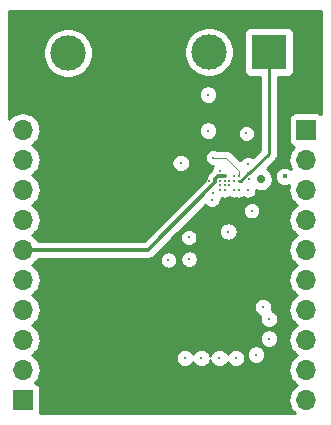
<source format=gbr>
G04 #@! TF.GenerationSoftware,KiCad,Pcbnew,5.1.1-8be2ce7~80~ubuntu18.10.1*
G04 #@! TF.CreationDate,2019-05-25T12:59:07+08:00*
G04 #@! TF.ProjectId,tas2562_dev_pcb,74617332-3536-4325-9f64-65765f706362,rev?*
G04 #@! TF.SameCoordinates,Original*
G04 #@! TF.FileFunction,Copper,L2,Inr*
G04 #@! TF.FilePolarity,Positive*
%FSLAX46Y46*%
G04 Gerber Fmt 4.6, Leading zero omitted, Abs format (unit mm)*
G04 Created by KiCad (PCBNEW 5.1.1-8be2ce7~80~ubuntu18.10.1) date 2019-05-25 12:59:07*
%MOMM*%
%LPD*%
G04 APERTURE LIST*
%ADD10O,1.700000X1.700000*%
%ADD11R,1.700000X1.700000*%
%ADD12R,3.000000X3.000000*%
%ADD13C,3.000000*%
%ADD14C,0.200000*%
%ADD15C,0.700000*%
%ADD16C,0.300000*%
%ADD17C,0.400000*%
%ADD18C,0.250000*%
%ADD19C,0.300000*%
%ADD20C,0.100000*%
%ADD21C,0.254000*%
G04 APERTURE END LIST*
D10*
X153517600Y-92710000D03*
X153517600Y-90170000D03*
X153517600Y-87630000D03*
X153517600Y-85090000D03*
X153517600Y-82550000D03*
X153517600Y-80010000D03*
X153517600Y-77470000D03*
X153517600Y-74930000D03*
X153517600Y-72390000D03*
D11*
X153517600Y-69850000D03*
X153517600Y-69850000D03*
D10*
X153517600Y-72390000D03*
X153517600Y-74930000D03*
X153517600Y-77470000D03*
X153517600Y-80010000D03*
X153517600Y-82550000D03*
X153517600Y-85090000D03*
X153517600Y-87630000D03*
X153517600Y-90170000D03*
X153517600Y-92710000D03*
D12*
X138430000Y-63347600D03*
D13*
X133350000Y-63347600D03*
D10*
X129540000Y-69850000D03*
X129540000Y-72390000D03*
X129540000Y-74930000D03*
X129540000Y-77470000D03*
X129540000Y-80010000D03*
X129540000Y-82550000D03*
X129540000Y-85090000D03*
X129540000Y-87630000D03*
X129540000Y-90170000D03*
D11*
X129540000Y-92710000D03*
D13*
X145288000Y-63246000D03*
D12*
X150368000Y-63246000D03*
D14*
X148919080Y-76703267D03*
X147430790Y-74158190D03*
X141859000Y-80873600D03*
D15*
X149723010Y-74041000D03*
D14*
X148674064Y-73983116D03*
X143588500Y-78945500D03*
X146218400Y-73345800D03*
X143611600Y-80797400D03*
D16*
X144637112Y-74025112D03*
X143288968Y-74025112D03*
X141940828Y-74025112D03*
X140592688Y-74025112D03*
X141266758Y-74025112D03*
X142614898Y-74025112D03*
X143963038Y-74025112D03*
X138176000Y-74853800D03*
D14*
X146240500Y-74168000D03*
X146618400Y-74145800D03*
X146618400Y-74145800D03*
X146618400Y-74145800D03*
X146618400Y-74145800D03*
X146618400Y-74145800D03*
X146618400Y-74145800D03*
D16*
X144637112Y-74533112D03*
X141940828Y-74533112D03*
X143963038Y-74533112D03*
X140592688Y-74533112D03*
X142614898Y-74533112D03*
X141266758Y-74533112D03*
X143288968Y-74533112D03*
X144780000Y-72644000D03*
X145278424Y-74145800D03*
D14*
X146218400Y-74945800D03*
X146618400Y-74945800D03*
X145605510Y-75183998D03*
X145542000Y-75755500D03*
X147818400Y-74145800D03*
X147018400Y-74145800D03*
D16*
X145224500Y-66865500D03*
D14*
X148590000Y-72771004D03*
D17*
X151701500Y-73787000D03*
D14*
X146618400Y-73745800D03*
X147818400Y-74945800D03*
D16*
X145224500Y-69913500D03*
D14*
X148584010Y-74945800D03*
X148463000Y-70152516D03*
X145669000Y-72199500D03*
X147827119Y-73752957D03*
X147018400Y-74545800D03*
X146218400Y-74545800D03*
X146618400Y-74545800D03*
X147418400Y-74945800D03*
D16*
X146939000Y-78456000D03*
X149860000Y-84836000D03*
X150382000Y-85866000D03*
X150382000Y-87528000D03*
X143256000Y-89154000D03*
X146177000Y-89154000D03*
X147574000Y-89154000D03*
X144653000Y-89154000D03*
X149274250Y-88885750D03*
D14*
X147418400Y-73745800D03*
D16*
X142905000Y-72644000D03*
D18*
X150368000Y-64996000D02*
X150368000Y-63246000D01*
X148593834Y-73533000D02*
X148717000Y-73533000D01*
X147981034Y-74145800D02*
X148593834Y-73533000D01*
X147818400Y-74145800D02*
X147981034Y-74145800D01*
X148717000Y-73533000D02*
X150368000Y-71882000D01*
X150368000Y-71882000D02*
X150368000Y-64996000D01*
D19*
X146455766Y-73745800D02*
X146618400Y-73745800D01*
X140123998Y-80010000D02*
X145840499Y-74293499D01*
X145840499Y-73975999D02*
X146070698Y-73745800D01*
X129540000Y-80010000D02*
X140123998Y-80010000D01*
X145840499Y-74293499D02*
X145840499Y-73975999D01*
X146070698Y-73745800D02*
X146455766Y-73745800D01*
D20*
X146729660Y-72199500D02*
X147827119Y-73296959D01*
X145669000Y-72199500D02*
X146729660Y-72199500D01*
X147827119Y-73710517D02*
X147827119Y-73752957D01*
X147827119Y-73296959D02*
X147827119Y-73710517D01*
D21*
G36*
X154813000Y-68544067D02*
G01*
X154722094Y-68469463D01*
X154611780Y-68410498D01*
X154492082Y-68374188D01*
X154367600Y-68361928D01*
X152667600Y-68361928D01*
X152543118Y-68374188D01*
X152423420Y-68410498D01*
X152313106Y-68469463D01*
X152216415Y-68548815D01*
X152137063Y-68645506D01*
X152078098Y-68755820D01*
X152041788Y-68875518D01*
X152029528Y-69000000D01*
X152029528Y-70700000D01*
X152041788Y-70824482D01*
X152078098Y-70944180D01*
X152137063Y-71054494D01*
X152216415Y-71151185D01*
X152313106Y-71230537D01*
X152423420Y-71289502D01*
X152492287Y-71310393D01*
X152462466Y-71334866D01*
X152276894Y-71560986D01*
X152139001Y-71818966D01*
X152054087Y-72098889D01*
X152025415Y-72390000D01*
X152054087Y-72681111D01*
X152139001Y-72961034D01*
X152233847Y-73138479D01*
X152233781Y-73138413D01*
X152097021Y-73047033D01*
X151945060Y-72984089D01*
X151783740Y-72952000D01*
X151619260Y-72952000D01*
X151457940Y-72984089D01*
X151305979Y-73047033D01*
X151169219Y-73138413D01*
X151052913Y-73254719D01*
X150961533Y-73391479D01*
X150898589Y-73543440D01*
X150866500Y-73704760D01*
X150866500Y-73869240D01*
X150898589Y-74030560D01*
X150961533Y-74182521D01*
X151052913Y-74319281D01*
X151169219Y-74435587D01*
X151305979Y-74526967D01*
X151457940Y-74589911D01*
X151619260Y-74622000D01*
X151783740Y-74622000D01*
X151945060Y-74589911D01*
X152086747Y-74531222D01*
X152054087Y-74638889D01*
X152025415Y-74930000D01*
X152054087Y-75221111D01*
X152139001Y-75501034D01*
X152276894Y-75759014D01*
X152462466Y-75985134D01*
X152688586Y-76170706D01*
X152743391Y-76200000D01*
X152688586Y-76229294D01*
X152462466Y-76414866D01*
X152276894Y-76640986D01*
X152139001Y-76898966D01*
X152054087Y-77178889D01*
X152025415Y-77470000D01*
X152054087Y-77761111D01*
X152139001Y-78041034D01*
X152276894Y-78299014D01*
X152462466Y-78525134D01*
X152688586Y-78710706D01*
X152743391Y-78740000D01*
X152688586Y-78769294D01*
X152462466Y-78954866D01*
X152276894Y-79180986D01*
X152139001Y-79438966D01*
X152054087Y-79718889D01*
X152025415Y-80010000D01*
X152054087Y-80301111D01*
X152139001Y-80581034D01*
X152276894Y-80839014D01*
X152462466Y-81065134D01*
X152688586Y-81250706D01*
X152743391Y-81280000D01*
X152688586Y-81309294D01*
X152462466Y-81494866D01*
X152276894Y-81720986D01*
X152139001Y-81978966D01*
X152054087Y-82258889D01*
X152025415Y-82550000D01*
X152054087Y-82841111D01*
X152139001Y-83121034D01*
X152276894Y-83379014D01*
X152462466Y-83605134D01*
X152688586Y-83790706D01*
X152743391Y-83820000D01*
X152688586Y-83849294D01*
X152462466Y-84034866D01*
X152276894Y-84260986D01*
X152139001Y-84518966D01*
X152054087Y-84798889D01*
X152025415Y-85090000D01*
X152054087Y-85381111D01*
X152139001Y-85661034D01*
X152276894Y-85919014D01*
X152462466Y-86145134D01*
X152688586Y-86330706D01*
X152743391Y-86360000D01*
X152688586Y-86389294D01*
X152462466Y-86574866D01*
X152276894Y-86800986D01*
X152139001Y-87058966D01*
X152054087Y-87338889D01*
X152025415Y-87630000D01*
X152054087Y-87921111D01*
X152139001Y-88201034D01*
X152276894Y-88459014D01*
X152462466Y-88685134D01*
X152688586Y-88870706D01*
X152743391Y-88900000D01*
X152688586Y-88929294D01*
X152462466Y-89114866D01*
X152276894Y-89340986D01*
X152139001Y-89598966D01*
X152054087Y-89878889D01*
X152025415Y-90170000D01*
X152054087Y-90461111D01*
X152139001Y-90741034D01*
X152276894Y-90999014D01*
X152462466Y-91225134D01*
X152688586Y-91410706D01*
X152743391Y-91440000D01*
X152688586Y-91469294D01*
X152462466Y-91654866D01*
X152276894Y-91880986D01*
X152139001Y-92138966D01*
X152054087Y-92418889D01*
X152025415Y-92710000D01*
X152054087Y-93001111D01*
X152139001Y-93281034D01*
X152276894Y-93539014D01*
X152462466Y-93765134D01*
X152569531Y-93853000D01*
X130953407Y-93853000D01*
X130979502Y-93804180D01*
X131015812Y-93684482D01*
X131028072Y-93560000D01*
X131028072Y-91860000D01*
X131015812Y-91735518D01*
X130979502Y-91615820D01*
X130920537Y-91505506D01*
X130841185Y-91408815D01*
X130744494Y-91329463D01*
X130634180Y-91270498D01*
X130565313Y-91249607D01*
X130595134Y-91225134D01*
X130780706Y-90999014D01*
X130918599Y-90741034D01*
X131003513Y-90461111D01*
X131032185Y-90170000D01*
X131003513Y-89878889D01*
X130918599Y-89598966D01*
X130780706Y-89340986D01*
X130595134Y-89114866D01*
X130548610Y-89076684D01*
X142471000Y-89076684D01*
X142471000Y-89231316D01*
X142501167Y-89382976D01*
X142560342Y-89525837D01*
X142646251Y-89654408D01*
X142755592Y-89763749D01*
X142884163Y-89849658D01*
X143027024Y-89908833D01*
X143178684Y-89939000D01*
X143333316Y-89939000D01*
X143484976Y-89908833D01*
X143627837Y-89849658D01*
X143756408Y-89763749D01*
X143865749Y-89654408D01*
X143951658Y-89525837D01*
X143954500Y-89518976D01*
X143957342Y-89525837D01*
X144043251Y-89654408D01*
X144152592Y-89763749D01*
X144281163Y-89849658D01*
X144424024Y-89908833D01*
X144575684Y-89939000D01*
X144730316Y-89939000D01*
X144881976Y-89908833D01*
X145024837Y-89849658D01*
X145153408Y-89763749D01*
X145262749Y-89654408D01*
X145348658Y-89525837D01*
X145407833Y-89382976D01*
X145415000Y-89346945D01*
X145422167Y-89382976D01*
X145481342Y-89525837D01*
X145567251Y-89654408D01*
X145676592Y-89763749D01*
X145805163Y-89849658D01*
X145948024Y-89908833D01*
X146099684Y-89939000D01*
X146254316Y-89939000D01*
X146405976Y-89908833D01*
X146548837Y-89849658D01*
X146677408Y-89763749D01*
X146786749Y-89654408D01*
X146872658Y-89525837D01*
X146875500Y-89518976D01*
X146878342Y-89525837D01*
X146964251Y-89654408D01*
X147073592Y-89763749D01*
X147202163Y-89849658D01*
X147345024Y-89908833D01*
X147496684Y-89939000D01*
X147651316Y-89939000D01*
X147802976Y-89908833D01*
X147945837Y-89849658D01*
X148074408Y-89763749D01*
X148183749Y-89654408D01*
X148269658Y-89525837D01*
X148328833Y-89382976D01*
X148359000Y-89231316D01*
X148359000Y-89076684D01*
X148328833Y-88925024D01*
X148280540Y-88808434D01*
X148489250Y-88808434D01*
X148489250Y-88963066D01*
X148519417Y-89114726D01*
X148578592Y-89257587D01*
X148664501Y-89386158D01*
X148773842Y-89495499D01*
X148902413Y-89581408D01*
X149045274Y-89640583D01*
X149196934Y-89670750D01*
X149351566Y-89670750D01*
X149503226Y-89640583D01*
X149646087Y-89581408D01*
X149774658Y-89495499D01*
X149883999Y-89386158D01*
X149969908Y-89257587D01*
X150029083Y-89114726D01*
X150059250Y-88963066D01*
X150059250Y-88808434D01*
X150029083Y-88656774D01*
X149969908Y-88513913D01*
X149883999Y-88385342D01*
X149774658Y-88276001D01*
X149646087Y-88190092D01*
X149503226Y-88130917D01*
X149351566Y-88100750D01*
X149196934Y-88100750D01*
X149045274Y-88130917D01*
X148902413Y-88190092D01*
X148773842Y-88276001D01*
X148664501Y-88385342D01*
X148578592Y-88513913D01*
X148519417Y-88656774D01*
X148489250Y-88808434D01*
X148280540Y-88808434D01*
X148269658Y-88782163D01*
X148183749Y-88653592D01*
X148074408Y-88544251D01*
X147945837Y-88458342D01*
X147802976Y-88399167D01*
X147651316Y-88369000D01*
X147496684Y-88369000D01*
X147345024Y-88399167D01*
X147202163Y-88458342D01*
X147073592Y-88544251D01*
X146964251Y-88653592D01*
X146878342Y-88782163D01*
X146875500Y-88789024D01*
X146872658Y-88782163D01*
X146786749Y-88653592D01*
X146677408Y-88544251D01*
X146548837Y-88458342D01*
X146405976Y-88399167D01*
X146254316Y-88369000D01*
X146099684Y-88369000D01*
X145948024Y-88399167D01*
X145805163Y-88458342D01*
X145676592Y-88544251D01*
X145567251Y-88653592D01*
X145481342Y-88782163D01*
X145422167Y-88925024D01*
X145415000Y-88961055D01*
X145407833Y-88925024D01*
X145348658Y-88782163D01*
X145262749Y-88653592D01*
X145153408Y-88544251D01*
X145024837Y-88458342D01*
X144881976Y-88399167D01*
X144730316Y-88369000D01*
X144575684Y-88369000D01*
X144424024Y-88399167D01*
X144281163Y-88458342D01*
X144152592Y-88544251D01*
X144043251Y-88653592D01*
X143957342Y-88782163D01*
X143954500Y-88789024D01*
X143951658Y-88782163D01*
X143865749Y-88653592D01*
X143756408Y-88544251D01*
X143627837Y-88458342D01*
X143484976Y-88399167D01*
X143333316Y-88369000D01*
X143178684Y-88369000D01*
X143027024Y-88399167D01*
X142884163Y-88458342D01*
X142755592Y-88544251D01*
X142646251Y-88653592D01*
X142560342Y-88782163D01*
X142501167Y-88925024D01*
X142471000Y-89076684D01*
X130548610Y-89076684D01*
X130369014Y-88929294D01*
X130314209Y-88900000D01*
X130369014Y-88870706D01*
X130595134Y-88685134D01*
X130780706Y-88459014D01*
X130918599Y-88201034D01*
X131003513Y-87921111D01*
X131032185Y-87630000D01*
X131014524Y-87450684D01*
X149597000Y-87450684D01*
X149597000Y-87605316D01*
X149627167Y-87756976D01*
X149686342Y-87899837D01*
X149772251Y-88028408D01*
X149881592Y-88137749D01*
X150010163Y-88223658D01*
X150153024Y-88282833D01*
X150304684Y-88313000D01*
X150459316Y-88313000D01*
X150610976Y-88282833D01*
X150753837Y-88223658D01*
X150882408Y-88137749D01*
X150991749Y-88028408D01*
X151077658Y-87899837D01*
X151136833Y-87756976D01*
X151167000Y-87605316D01*
X151167000Y-87450684D01*
X151136833Y-87299024D01*
X151077658Y-87156163D01*
X150991749Y-87027592D01*
X150882408Y-86918251D01*
X150753837Y-86832342D01*
X150610976Y-86773167D01*
X150459316Y-86743000D01*
X150304684Y-86743000D01*
X150153024Y-86773167D01*
X150010163Y-86832342D01*
X149881592Y-86918251D01*
X149772251Y-87027592D01*
X149686342Y-87156163D01*
X149627167Y-87299024D01*
X149597000Y-87450684D01*
X131014524Y-87450684D01*
X131003513Y-87338889D01*
X130918599Y-87058966D01*
X130780706Y-86800986D01*
X130595134Y-86574866D01*
X130369014Y-86389294D01*
X130314209Y-86360000D01*
X130369014Y-86330706D01*
X130595134Y-86145134D01*
X130780706Y-85919014D01*
X130918599Y-85661034D01*
X131003513Y-85381111D01*
X131032185Y-85090000D01*
X131003513Y-84798889D01*
X130991317Y-84758684D01*
X149075000Y-84758684D01*
X149075000Y-84913316D01*
X149105167Y-85064976D01*
X149164342Y-85207837D01*
X149250251Y-85336408D01*
X149359592Y-85445749D01*
X149488163Y-85531658D01*
X149631024Y-85590833D01*
X149645137Y-85593640D01*
X149627167Y-85637024D01*
X149597000Y-85788684D01*
X149597000Y-85943316D01*
X149627167Y-86094976D01*
X149686342Y-86237837D01*
X149772251Y-86366408D01*
X149881592Y-86475749D01*
X150010163Y-86561658D01*
X150153024Y-86620833D01*
X150304684Y-86651000D01*
X150459316Y-86651000D01*
X150610976Y-86620833D01*
X150753837Y-86561658D01*
X150882408Y-86475749D01*
X150991749Y-86366408D01*
X151077658Y-86237837D01*
X151136833Y-86094976D01*
X151167000Y-85943316D01*
X151167000Y-85788684D01*
X151136833Y-85637024D01*
X151077658Y-85494163D01*
X150991749Y-85365592D01*
X150882408Y-85256251D01*
X150753837Y-85170342D01*
X150610976Y-85111167D01*
X150596863Y-85108360D01*
X150614833Y-85064976D01*
X150645000Y-84913316D01*
X150645000Y-84758684D01*
X150614833Y-84607024D01*
X150555658Y-84464163D01*
X150469749Y-84335592D01*
X150360408Y-84226251D01*
X150231837Y-84140342D01*
X150088976Y-84081167D01*
X149937316Y-84051000D01*
X149782684Y-84051000D01*
X149631024Y-84081167D01*
X149488163Y-84140342D01*
X149359592Y-84226251D01*
X149250251Y-84335592D01*
X149164342Y-84464163D01*
X149105167Y-84607024D01*
X149075000Y-84758684D01*
X130991317Y-84758684D01*
X130918599Y-84518966D01*
X130780706Y-84260986D01*
X130595134Y-84034866D01*
X130369014Y-83849294D01*
X130314209Y-83820000D01*
X130369014Y-83790706D01*
X130595134Y-83605134D01*
X130780706Y-83379014D01*
X130918599Y-83121034D01*
X131003513Y-82841111D01*
X131032185Y-82550000D01*
X131003513Y-82258889D01*
X130918599Y-81978966D01*
X130780706Y-81720986D01*
X130595134Y-81494866D01*
X130369014Y-81309294D01*
X130314209Y-81280000D01*
X130369014Y-81250706D01*
X130595134Y-81065134D01*
X130780706Y-80839014D01*
X130800913Y-80801209D01*
X141124000Y-80801209D01*
X141124000Y-80945991D01*
X141152246Y-81087991D01*
X141207652Y-81221753D01*
X141288088Y-81342135D01*
X141390465Y-81444512D01*
X141510847Y-81524948D01*
X141644609Y-81580354D01*
X141786609Y-81608600D01*
X141931391Y-81608600D01*
X142073391Y-81580354D01*
X142207153Y-81524948D01*
X142327535Y-81444512D01*
X142429912Y-81342135D01*
X142510348Y-81221753D01*
X142565754Y-81087991D01*
X142594000Y-80945991D01*
X142594000Y-80801209D01*
X142578843Y-80725009D01*
X142876600Y-80725009D01*
X142876600Y-80869791D01*
X142904846Y-81011791D01*
X142960252Y-81145553D01*
X143040688Y-81265935D01*
X143143065Y-81368312D01*
X143263447Y-81448748D01*
X143397209Y-81504154D01*
X143539209Y-81532400D01*
X143683991Y-81532400D01*
X143825991Y-81504154D01*
X143959753Y-81448748D01*
X144080135Y-81368312D01*
X144182512Y-81265935D01*
X144262948Y-81145553D01*
X144318354Y-81011791D01*
X144346600Y-80869791D01*
X144346600Y-80725009D01*
X144318354Y-80583009D01*
X144262948Y-80449247D01*
X144182512Y-80328865D01*
X144080135Y-80226488D01*
X143959753Y-80146052D01*
X143825991Y-80090646D01*
X143683991Y-80062400D01*
X143539209Y-80062400D01*
X143397209Y-80090646D01*
X143263447Y-80146052D01*
X143143065Y-80226488D01*
X143040688Y-80328865D01*
X142960252Y-80449247D01*
X142904846Y-80583009D01*
X142876600Y-80725009D01*
X142578843Y-80725009D01*
X142565754Y-80659209D01*
X142510348Y-80525447D01*
X142429912Y-80405065D01*
X142327535Y-80302688D01*
X142207153Y-80222252D01*
X142073391Y-80166846D01*
X141931391Y-80138600D01*
X141786609Y-80138600D01*
X141644609Y-80166846D01*
X141510847Y-80222252D01*
X141390465Y-80302688D01*
X141288088Y-80405065D01*
X141207652Y-80525447D01*
X141152246Y-80659209D01*
X141124000Y-80801209D01*
X130800913Y-80801209D01*
X130804232Y-80795000D01*
X140085445Y-80795000D01*
X140123998Y-80798797D01*
X140162551Y-80795000D01*
X140162559Y-80795000D01*
X140277885Y-80783641D01*
X140425858Y-80738754D01*
X140562231Y-80665862D01*
X140681762Y-80567764D01*
X140706345Y-80537810D01*
X142371046Y-78873109D01*
X142853500Y-78873109D01*
X142853500Y-79017891D01*
X142881746Y-79159891D01*
X142937152Y-79293653D01*
X143017588Y-79414035D01*
X143119965Y-79516412D01*
X143240347Y-79596848D01*
X143374109Y-79652254D01*
X143516109Y-79680500D01*
X143660891Y-79680500D01*
X143802891Y-79652254D01*
X143936653Y-79596848D01*
X144057035Y-79516412D01*
X144159412Y-79414035D01*
X144239848Y-79293653D01*
X144295254Y-79159891D01*
X144323500Y-79017891D01*
X144323500Y-78873109D01*
X144295254Y-78731109D01*
X144239848Y-78597347D01*
X144159412Y-78476965D01*
X144061131Y-78378684D01*
X146154000Y-78378684D01*
X146154000Y-78533316D01*
X146184167Y-78684976D01*
X146243342Y-78827837D01*
X146329251Y-78956408D01*
X146438592Y-79065749D01*
X146567163Y-79151658D01*
X146710024Y-79210833D01*
X146861684Y-79241000D01*
X147016316Y-79241000D01*
X147167976Y-79210833D01*
X147310837Y-79151658D01*
X147439408Y-79065749D01*
X147548749Y-78956408D01*
X147634658Y-78827837D01*
X147693833Y-78684976D01*
X147724000Y-78533316D01*
X147724000Y-78378684D01*
X147693833Y-78227024D01*
X147634658Y-78084163D01*
X147548749Y-77955592D01*
X147439408Y-77846251D01*
X147310837Y-77760342D01*
X147167976Y-77701167D01*
X147016316Y-77671000D01*
X146861684Y-77671000D01*
X146710024Y-77701167D01*
X146567163Y-77760342D01*
X146438592Y-77846251D01*
X146329251Y-77955592D01*
X146243342Y-78084163D01*
X146184167Y-78227024D01*
X146154000Y-78378684D01*
X144061131Y-78378684D01*
X144057035Y-78374588D01*
X143936653Y-78294152D01*
X143802891Y-78238746D01*
X143660891Y-78210500D01*
X143516109Y-78210500D01*
X143374109Y-78238746D01*
X143240347Y-78294152D01*
X143119965Y-78374588D01*
X143017588Y-78476965D01*
X142937152Y-78597347D01*
X142881746Y-78731109D01*
X142853500Y-78873109D01*
X142371046Y-78873109D01*
X144613279Y-76630876D01*
X148184080Y-76630876D01*
X148184080Y-76775658D01*
X148212326Y-76917658D01*
X148267732Y-77051420D01*
X148348168Y-77171802D01*
X148450545Y-77274179D01*
X148570927Y-77354615D01*
X148704689Y-77410021D01*
X148846689Y-77438267D01*
X148991471Y-77438267D01*
X149133471Y-77410021D01*
X149267233Y-77354615D01*
X149387615Y-77274179D01*
X149489992Y-77171802D01*
X149570428Y-77051420D01*
X149625834Y-76917658D01*
X149654080Y-76775658D01*
X149654080Y-76630876D01*
X149625834Y-76488876D01*
X149570428Y-76355114D01*
X149489992Y-76234732D01*
X149387615Y-76132355D01*
X149267233Y-76051919D01*
X149133471Y-75996513D01*
X148991471Y-75968267D01*
X148846689Y-75968267D01*
X148704689Y-75996513D01*
X148570927Y-76051919D01*
X148450545Y-76132355D01*
X148348168Y-76234732D01*
X148267732Y-76355114D01*
X148212326Y-76488876D01*
X148184080Y-76630876D01*
X144613279Y-76630876D01*
X144995604Y-76248551D01*
X145073465Y-76326412D01*
X145193847Y-76406848D01*
X145327609Y-76462254D01*
X145469609Y-76490500D01*
X145614391Y-76490500D01*
X145756391Y-76462254D01*
X145890153Y-76406848D01*
X146010535Y-76326412D01*
X146112912Y-76224035D01*
X146193348Y-76103653D01*
X146248754Y-75969891D01*
X146277000Y-75827891D01*
X146277000Y-75683109D01*
X146276541Y-75680800D01*
X146290791Y-75680800D01*
X146418400Y-75655417D01*
X146546009Y-75680800D01*
X146690791Y-75680800D01*
X146832791Y-75652554D01*
X146966553Y-75597148D01*
X147018400Y-75562505D01*
X147070247Y-75597148D01*
X147204009Y-75652554D01*
X147346009Y-75680800D01*
X147490791Y-75680800D01*
X147618400Y-75655417D01*
X147746009Y-75680800D01*
X147890791Y-75680800D01*
X148032791Y-75652554D01*
X148166553Y-75597148D01*
X148201205Y-75573994D01*
X148235857Y-75597148D01*
X148369619Y-75652554D01*
X148511619Y-75680800D01*
X148656401Y-75680800D01*
X148798401Y-75652554D01*
X148932163Y-75597148D01*
X149052545Y-75516712D01*
X149154922Y-75414335D01*
X149235358Y-75293953D01*
X149290764Y-75160191D01*
X149319010Y-75018191D01*
X149319010Y-74939814D01*
X149435696Y-74988147D01*
X149625996Y-75026000D01*
X149820024Y-75026000D01*
X150010324Y-74988147D01*
X150189582Y-74913896D01*
X150350911Y-74806099D01*
X150488109Y-74668901D01*
X150595906Y-74507572D01*
X150670157Y-74328314D01*
X150708010Y-74138014D01*
X150708010Y-73943986D01*
X150670157Y-73753686D01*
X150595906Y-73574428D01*
X150488109Y-73413099D01*
X150350911Y-73275901D01*
X150189582Y-73168104D01*
X150166329Y-73158472D01*
X150879004Y-72445798D01*
X150908001Y-72422001D01*
X151002974Y-72306276D01*
X151073546Y-72174247D01*
X151117003Y-72030986D01*
X151128000Y-71919333D01*
X151128000Y-71919332D01*
X151131677Y-71882000D01*
X151128000Y-71844667D01*
X151128000Y-65384072D01*
X151868000Y-65384072D01*
X151992482Y-65371812D01*
X152112180Y-65335502D01*
X152222494Y-65276537D01*
X152319185Y-65197185D01*
X152398537Y-65100494D01*
X152457502Y-64990180D01*
X152493812Y-64870482D01*
X152506072Y-64746000D01*
X152506072Y-61746000D01*
X152493812Y-61621518D01*
X152457502Y-61501820D01*
X152398537Y-61391506D01*
X152319185Y-61294815D01*
X152222494Y-61215463D01*
X152112180Y-61156498D01*
X151992482Y-61120188D01*
X151868000Y-61107928D01*
X148868000Y-61107928D01*
X148743518Y-61120188D01*
X148623820Y-61156498D01*
X148513506Y-61215463D01*
X148416815Y-61294815D01*
X148337463Y-61391506D01*
X148278498Y-61501820D01*
X148242188Y-61621518D01*
X148229928Y-61746000D01*
X148229928Y-64746000D01*
X148242188Y-64870482D01*
X148278498Y-64990180D01*
X148337463Y-65100494D01*
X148416815Y-65197185D01*
X148513506Y-65276537D01*
X148623820Y-65335502D01*
X148743518Y-65371812D01*
X148868000Y-65384072D01*
X149608001Y-65384072D01*
X149608000Y-71567198D01*
X149008523Y-72166675D01*
X148938153Y-72119656D01*
X148804391Y-72064250D01*
X148662391Y-72036004D01*
X148517609Y-72036004D01*
X148375609Y-72064250D01*
X148241847Y-72119656D01*
X148121465Y-72200092D01*
X148019088Y-72302469D01*
X147938652Y-72422851D01*
X147933701Y-72434805D01*
X147237818Y-71738922D01*
X147216371Y-71712789D01*
X147112067Y-71627188D01*
X146993066Y-71563581D01*
X146863943Y-71524412D01*
X146763307Y-71514500D01*
X146763299Y-71514500D01*
X146729660Y-71511187D01*
X146696021Y-71514500D01*
X145935910Y-71514500D01*
X145883391Y-71492746D01*
X145741391Y-71464500D01*
X145596609Y-71464500D01*
X145454609Y-71492746D01*
X145320847Y-71548152D01*
X145200465Y-71628588D01*
X145098088Y-71730965D01*
X145017652Y-71851347D01*
X144962246Y-71985109D01*
X144934000Y-72127109D01*
X144934000Y-72271891D01*
X144962246Y-72413891D01*
X145017652Y-72547653D01*
X145098088Y-72668035D01*
X145200465Y-72770412D01*
X145320847Y-72850848D01*
X145454609Y-72906254D01*
X145596609Y-72934500D01*
X145609245Y-72934500D01*
X145567052Y-72997647D01*
X145511646Y-73131409D01*
X145496366Y-73208223D01*
X145488347Y-73217994D01*
X145312689Y-73393652D01*
X145282735Y-73418235D01*
X145184637Y-73537766D01*
X145111745Y-73674139D01*
X145066858Y-73822112D01*
X145055499Y-73937438D01*
X145055499Y-73937446D01*
X145052124Y-73971716D01*
X139798841Y-79225000D01*
X130804232Y-79225000D01*
X130780706Y-79180986D01*
X130595134Y-78954866D01*
X130369014Y-78769294D01*
X130314209Y-78740000D01*
X130369014Y-78710706D01*
X130595134Y-78525134D01*
X130780706Y-78299014D01*
X130918599Y-78041034D01*
X131003513Y-77761111D01*
X131032185Y-77470000D01*
X131003513Y-77178889D01*
X130918599Y-76898966D01*
X130780706Y-76640986D01*
X130595134Y-76414866D01*
X130369014Y-76229294D01*
X130314209Y-76200000D01*
X130369014Y-76170706D01*
X130595134Y-75985134D01*
X130780706Y-75759014D01*
X130918599Y-75501034D01*
X131003513Y-75221111D01*
X131032185Y-74930000D01*
X131003513Y-74638889D01*
X130918599Y-74358966D01*
X130780706Y-74100986D01*
X130595134Y-73874866D01*
X130369014Y-73689294D01*
X130314209Y-73660000D01*
X130369014Y-73630706D01*
X130595134Y-73445134D01*
X130780706Y-73219014D01*
X130918599Y-72961034D01*
X131003513Y-72681111D01*
X131014783Y-72566684D01*
X142120000Y-72566684D01*
X142120000Y-72721316D01*
X142150167Y-72872976D01*
X142209342Y-73015837D01*
X142295251Y-73144408D01*
X142404592Y-73253749D01*
X142533163Y-73339658D01*
X142676024Y-73398833D01*
X142827684Y-73429000D01*
X142982316Y-73429000D01*
X143133976Y-73398833D01*
X143276837Y-73339658D01*
X143405408Y-73253749D01*
X143514749Y-73144408D01*
X143600658Y-73015837D01*
X143659833Y-72872976D01*
X143690000Y-72721316D01*
X143690000Y-72566684D01*
X143659833Y-72415024D01*
X143600658Y-72272163D01*
X143514749Y-72143592D01*
X143405408Y-72034251D01*
X143276837Y-71948342D01*
X143133976Y-71889167D01*
X142982316Y-71859000D01*
X142827684Y-71859000D01*
X142676024Y-71889167D01*
X142533163Y-71948342D01*
X142404592Y-72034251D01*
X142295251Y-72143592D01*
X142209342Y-72272163D01*
X142150167Y-72415024D01*
X142120000Y-72566684D01*
X131014783Y-72566684D01*
X131032185Y-72390000D01*
X131003513Y-72098889D01*
X130918599Y-71818966D01*
X130780706Y-71560986D01*
X130595134Y-71334866D01*
X130369014Y-71149294D01*
X130314209Y-71120000D01*
X130369014Y-71090706D01*
X130595134Y-70905134D01*
X130780706Y-70679014D01*
X130918599Y-70421034D01*
X131003513Y-70141111D01*
X131032185Y-69850000D01*
X131030825Y-69836184D01*
X144439500Y-69836184D01*
X144439500Y-69990816D01*
X144469667Y-70142476D01*
X144528842Y-70285337D01*
X144614751Y-70413908D01*
X144724092Y-70523249D01*
X144852663Y-70609158D01*
X144995524Y-70668333D01*
X145147184Y-70698500D01*
X145301816Y-70698500D01*
X145453476Y-70668333D01*
X145596337Y-70609158D01*
X145724908Y-70523249D01*
X145834249Y-70413908D01*
X145920158Y-70285337D01*
X145979333Y-70142476D01*
X145991735Y-70080125D01*
X147728000Y-70080125D01*
X147728000Y-70224907D01*
X147756246Y-70366907D01*
X147811652Y-70500669D01*
X147892088Y-70621051D01*
X147994465Y-70723428D01*
X148114847Y-70803864D01*
X148248609Y-70859270D01*
X148390609Y-70887516D01*
X148535391Y-70887516D01*
X148677391Y-70859270D01*
X148811153Y-70803864D01*
X148931535Y-70723428D01*
X149033912Y-70621051D01*
X149114348Y-70500669D01*
X149169754Y-70366907D01*
X149198000Y-70224907D01*
X149198000Y-70080125D01*
X149169754Y-69938125D01*
X149114348Y-69804363D01*
X149033912Y-69683981D01*
X148931535Y-69581604D01*
X148811153Y-69501168D01*
X148677391Y-69445762D01*
X148535391Y-69417516D01*
X148390609Y-69417516D01*
X148248609Y-69445762D01*
X148114847Y-69501168D01*
X147994465Y-69581604D01*
X147892088Y-69683981D01*
X147811652Y-69804363D01*
X147756246Y-69938125D01*
X147728000Y-70080125D01*
X145991735Y-70080125D01*
X146009500Y-69990816D01*
X146009500Y-69836184D01*
X145979333Y-69684524D01*
X145920158Y-69541663D01*
X145834249Y-69413092D01*
X145724908Y-69303751D01*
X145596337Y-69217842D01*
X145453476Y-69158667D01*
X145301816Y-69128500D01*
X145147184Y-69128500D01*
X144995524Y-69158667D01*
X144852663Y-69217842D01*
X144724092Y-69303751D01*
X144614751Y-69413092D01*
X144528842Y-69541663D01*
X144469667Y-69684524D01*
X144439500Y-69836184D01*
X131030825Y-69836184D01*
X131003513Y-69558889D01*
X130918599Y-69278966D01*
X130780706Y-69020986D01*
X130595134Y-68794866D01*
X130369014Y-68609294D01*
X130111034Y-68471401D01*
X129831111Y-68386487D01*
X129612950Y-68365000D01*
X129467050Y-68365000D01*
X129248889Y-68386487D01*
X128968966Y-68471401D01*
X128710986Y-68609294D01*
X128484866Y-68794866D01*
X128397000Y-68901931D01*
X128397000Y-66788184D01*
X144439500Y-66788184D01*
X144439500Y-66942816D01*
X144469667Y-67094476D01*
X144528842Y-67237337D01*
X144614751Y-67365908D01*
X144724092Y-67475249D01*
X144852663Y-67561158D01*
X144995524Y-67620333D01*
X145147184Y-67650500D01*
X145301816Y-67650500D01*
X145453476Y-67620333D01*
X145596337Y-67561158D01*
X145724908Y-67475249D01*
X145834249Y-67365908D01*
X145920158Y-67237337D01*
X145979333Y-67094476D01*
X146009500Y-66942816D01*
X146009500Y-66788184D01*
X145979333Y-66636524D01*
X145920158Y-66493663D01*
X145834249Y-66365092D01*
X145724908Y-66255751D01*
X145596337Y-66169842D01*
X145453476Y-66110667D01*
X145301816Y-66080500D01*
X145147184Y-66080500D01*
X144995524Y-66110667D01*
X144852663Y-66169842D01*
X144724092Y-66255751D01*
X144614751Y-66365092D01*
X144528842Y-66493663D01*
X144469667Y-66636524D01*
X144439500Y-66788184D01*
X128397000Y-66788184D01*
X128397000Y-63137321D01*
X131215000Y-63137321D01*
X131215000Y-63557879D01*
X131297047Y-63970356D01*
X131457988Y-64358902D01*
X131691637Y-64708583D01*
X131989017Y-65005963D01*
X132338698Y-65239612D01*
X132727244Y-65400553D01*
X133139721Y-65482600D01*
X133560279Y-65482600D01*
X133972756Y-65400553D01*
X134361302Y-65239612D01*
X134710983Y-65005963D01*
X135008363Y-64708583D01*
X135242012Y-64358902D01*
X135402953Y-63970356D01*
X135485000Y-63557879D01*
X135485000Y-63137321D01*
X135464791Y-63035721D01*
X143153000Y-63035721D01*
X143153000Y-63456279D01*
X143235047Y-63868756D01*
X143395988Y-64257302D01*
X143629637Y-64606983D01*
X143927017Y-64904363D01*
X144276698Y-65138012D01*
X144665244Y-65298953D01*
X145077721Y-65381000D01*
X145498279Y-65381000D01*
X145910756Y-65298953D01*
X146299302Y-65138012D01*
X146648983Y-64904363D01*
X146946363Y-64606983D01*
X147180012Y-64257302D01*
X147340953Y-63868756D01*
X147423000Y-63456279D01*
X147423000Y-63035721D01*
X147340953Y-62623244D01*
X147180012Y-62234698D01*
X146946363Y-61885017D01*
X146648983Y-61587637D01*
X146299302Y-61353988D01*
X145910756Y-61193047D01*
X145498279Y-61111000D01*
X145077721Y-61111000D01*
X144665244Y-61193047D01*
X144276698Y-61353988D01*
X143927017Y-61587637D01*
X143629637Y-61885017D01*
X143395988Y-62234698D01*
X143235047Y-62623244D01*
X143153000Y-63035721D01*
X135464791Y-63035721D01*
X135402953Y-62724844D01*
X135242012Y-62336298D01*
X135008363Y-61986617D01*
X134710983Y-61689237D01*
X134361302Y-61455588D01*
X133972756Y-61294647D01*
X133560279Y-61212600D01*
X133139721Y-61212600D01*
X132727244Y-61294647D01*
X132338698Y-61455588D01*
X131989017Y-61689237D01*
X131691637Y-61986617D01*
X131457988Y-62336298D01*
X131297047Y-62724844D01*
X131215000Y-63137321D01*
X128397000Y-63137321D01*
X128397000Y-59817000D01*
X154813000Y-59817000D01*
X154813000Y-68544067D01*
X154813000Y-68544067D01*
G37*
X154813000Y-68544067D02*
X154722094Y-68469463D01*
X154611780Y-68410498D01*
X154492082Y-68374188D01*
X154367600Y-68361928D01*
X152667600Y-68361928D01*
X152543118Y-68374188D01*
X152423420Y-68410498D01*
X152313106Y-68469463D01*
X152216415Y-68548815D01*
X152137063Y-68645506D01*
X152078098Y-68755820D01*
X152041788Y-68875518D01*
X152029528Y-69000000D01*
X152029528Y-70700000D01*
X152041788Y-70824482D01*
X152078098Y-70944180D01*
X152137063Y-71054494D01*
X152216415Y-71151185D01*
X152313106Y-71230537D01*
X152423420Y-71289502D01*
X152492287Y-71310393D01*
X152462466Y-71334866D01*
X152276894Y-71560986D01*
X152139001Y-71818966D01*
X152054087Y-72098889D01*
X152025415Y-72390000D01*
X152054087Y-72681111D01*
X152139001Y-72961034D01*
X152233847Y-73138479D01*
X152233781Y-73138413D01*
X152097021Y-73047033D01*
X151945060Y-72984089D01*
X151783740Y-72952000D01*
X151619260Y-72952000D01*
X151457940Y-72984089D01*
X151305979Y-73047033D01*
X151169219Y-73138413D01*
X151052913Y-73254719D01*
X150961533Y-73391479D01*
X150898589Y-73543440D01*
X150866500Y-73704760D01*
X150866500Y-73869240D01*
X150898589Y-74030560D01*
X150961533Y-74182521D01*
X151052913Y-74319281D01*
X151169219Y-74435587D01*
X151305979Y-74526967D01*
X151457940Y-74589911D01*
X151619260Y-74622000D01*
X151783740Y-74622000D01*
X151945060Y-74589911D01*
X152086747Y-74531222D01*
X152054087Y-74638889D01*
X152025415Y-74930000D01*
X152054087Y-75221111D01*
X152139001Y-75501034D01*
X152276894Y-75759014D01*
X152462466Y-75985134D01*
X152688586Y-76170706D01*
X152743391Y-76200000D01*
X152688586Y-76229294D01*
X152462466Y-76414866D01*
X152276894Y-76640986D01*
X152139001Y-76898966D01*
X152054087Y-77178889D01*
X152025415Y-77470000D01*
X152054087Y-77761111D01*
X152139001Y-78041034D01*
X152276894Y-78299014D01*
X152462466Y-78525134D01*
X152688586Y-78710706D01*
X152743391Y-78740000D01*
X152688586Y-78769294D01*
X152462466Y-78954866D01*
X152276894Y-79180986D01*
X152139001Y-79438966D01*
X152054087Y-79718889D01*
X152025415Y-80010000D01*
X152054087Y-80301111D01*
X152139001Y-80581034D01*
X152276894Y-80839014D01*
X152462466Y-81065134D01*
X152688586Y-81250706D01*
X152743391Y-81280000D01*
X152688586Y-81309294D01*
X152462466Y-81494866D01*
X152276894Y-81720986D01*
X152139001Y-81978966D01*
X152054087Y-82258889D01*
X152025415Y-82550000D01*
X152054087Y-82841111D01*
X152139001Y-83121034D01*
X152276894Y-83379014D01*
X152462466Y-83605134D01*
X152688586Y-83790706D01*
X152743391Y-83820000D01*
X152688586Y-83849294D01*
X152462466Y-84034866D01*
X152276894Y-84260986D01*
X152139001Y-84518966D01*
X152054087Y-84798889D01*
X152025415Y-85090000D01*
X152054087Y-85381111D01*
X152139001Y-85661034D01*
X152276894Y-85919014D01*
X152462466Y-86145134D01*
X152688586Y-86330706D01*
X152743391Y-86360000D01*
X152688586Y-86389294D01*
X152462466Y-86574866D01*
X152276894Y-86800986D01*
X152139001Y-87058966D01*
X152054087Y-87338889D01*
X152025415Y-87630000D01*
X152054087Y-87921111D01*
X152139001Y-88201034D01*
X152276894Y-88459014D01*
X152462466Y-88685134D01*
X152688586Y-88870706D01*
X152743391Y-88900000D01*
X152688586Y-88929294D01*
X152462466Y-89114866D01*
X152276894Y-89340986D01*
X152139001Y-89598966D01*
X152054087Y-89878889D01*
X152025415Y-90170000D01*
X152054087Y-90461111D01*
X152139001Y-90741034D01*
X152276894Y-90999014D01*
X152462466Y-91225134D01*
X152688586Y-91410706D01*
X152743391Y-91440000D01*
X152688586Y-91469294D01*
X152462466Y-91654866D01*
X152276894Y-91880986D01*
X152139001Y-92138966D01*
X152054087Y-92418889D01*
X152025415Y-92710000D01*
X152054087Y-93001111D01*
X152139001Y-93281034D01*
X152276894Y-93539014D01*
X152462466Y-93765134D01*
X152569531Y-93853000D01*
X130953407Y-93853000D01*
X130979502Y-93804180D01*
X131015812Y-93684482D01*
X131028072Y-93560000D01*
X131028072Y-91860000D01*
X131015812Y-91735518D01*
X130979502Y-91615820D01*
X130920537Y-91505506D01*
X130841185Y-91408815D01*
X130744494Y-91329463D01*
X130634180Y-91270498D01*
X130565313Y-91249607D01*
X130595134Y-91225134D01*
X130780706Y-90999014D01*
X130918599Y-90741034D01*
X131003513Y-90461111D01*
X131032185Y-90170000D01*
X131003513Y-89878889D01*
X130918599Y-89598966D01*
X130780706Y-89340986D01*
X130595134Y-89114866D01*
X130548610Y-89076684D01*
X142471000Y-89076684D01*
X142471000Y-89231316D01*
X142501167Y-89382976D01*
X142560342Y-89525837D01*
X142646251Y-89654408D01*
X142755592Y-89763749D01*
X142884163Y-89849658D01*
X143027024Y-89908833D01*
X143178684Y-89939000D01*
X143333316Y-89939000D01*
X143484976Y-89908833D01*
X143627837Y-89849658D01*
X143756408Y-89763749D01*
X143865749Y-89654408D01*
X143951658Y-89525837D01*
X143954500Y-89518976D01*
X143957342Y-89525837D01*
X144043251Y-89654408D01*
X144152592Y-89763749D01*
X144281163Y-89849658D01*
X144424024Y-89908833D01*
X144575684Y-89939000D01*
X144730316Y-89939000D01*
X144881976Y-89908833D01*
X145024837Y-89849658D01*
X145153408Y-89763749D01*
X145262749Y-89654408D01*
X145348658Y-89525837D01*
X145407833Y-89382976D01*
X145415000Y-89346945D01*
X145422167Y-89382976D01*
X145481342Y-89525837D01*
X145567251Y-89654408D01*
X145676592Y-89763749D01*
X145805163Y-89849658D01*
X145948024Y-89908833D01*
X146099684Y-89939000D01*
X146254316Y-89939000D01*
X146405976Y-89908833D01*
X146548837Y-89849658D01*
X146677408Y-89763749D01*
X146786749Y-89654408D01*
X146872658Y-89525837D01*
X146875500Y-89518976D01*
X146878342Y-89525837D01*
X146964251Y-89654408D01*
X147073592Y-89763749D01*
X147202163Y-89849658D01*
X147345024Y-89908833D01*
X147496684Y-89939000D01*
X147651316Y-89939000D01*
X147802976Y-89908833D01*
X147945837Y-89849658D01*
X148074408Y-89763749D01*
X148183749Y-89654408D01*
X148269658Y-89525837D01*
X148328833Y-89382976D01*
X148359000Y-89231316D01*
X148359000Y-89076684D01*
X148328833Y-88925024D01*
X148280540Y-88808434D01*
X148489250Y-88808434D01*
X148489250Y-88963066D01*
X148519417Y-89114726D01*
X148578592Y-89257587D01*
X148664501Y-89386158D01*
X148773842Y-89495499D01*
X148902413Y-89581408D01*
X149045274Y-89640583D01*
X149196934Y-89670750D01*
X149351566Y-89670750D01*
X149503226Y-89640583D01*
X149646087Y-89581408D01*
X149774658Y-89495499D01*
X149883999Y-89386158D01*
X149969908Y-89257587D01*
X150029083Y-89114726D01*
X150059250Y-88963066D01*
X150059250Y-88808434D01*
X150029083Y-88656774D01*
X149969908Y-88513913D01*
X149883999Y-88385342D01*
X149774658Y-88276001D01*
X149646087Y-88190092D01*
X149503226Y-88130917D01*
X149351566Y-88100750D01*
X149196934Y-88100750D01*
X149045274Y-88130917D01*
X148902413Y-88190092D01*
X148773842Y-88276001D01*
X148664501Y-88385342D01*
X148578592Y-88513913D01*
X148519417Y-88656774D01*
X148489250Y-88808434D01*
X148280540Y-88808434D01*
X148269658Y-88782163D01*
X148183749Y-88653592D01*
X148074408Y-88544251D01*
X147945837Y-88458342D01*
X147802976Y-88399167D01*
X147651316Y-88369000D01*
X147496684Y-88369000D01*
X147345024Y-88399167D01*
X147202163Y-88458342D01*
X147073592Y-88544251D01*
X146964251Y-88653592D01*
X146878342Y-88782163D01*
X146875500Y-88789024D01*
X146872658Y-88782163D01*
X146786749Y-88653592D01*
X146677408Y-88544251D01*
X146548837Y-88458342D01*
X146405976Y-88399167D01*
X146254316Y-88369000D01*
X146099684Y-88369000D01*
X145948024Y-88399167D01*
X145805163Y-88458342D01*
X145676592Y-88544251D01*
X145567251Y-88653592D01*
X145481342Y-88782163D01*
X145422167Y-88925024D01*
X145415000Y-88961055D01*
X145407833Y-88925024D01*
X145348658Y-88782163D01*
X145262749Y-88653592D01*
X145153408Y-88544251D01*
X145024837Y-88458342D01*
X144881976Y-88399167D01*
X144730316Y-88369000D01*
X144575684Y-88369000D01*
X144424024Y-88399167D01*
X144281163Y-88458342D01*
X144152592Y-88544251D01*
X144043251Y-88653592D01*
X143957342Y-88782163D01*
X143954500Y-88789024D01*
X143951658Y-88782163D01*
X143865749Y-88653592D01*
X143756408Y-88544251D01*
X143627837Y-88458342D01*
X143484976Y-88399167D01*
X143333316Y-88369000D01*
X143178684Y-88369000D01*
X143027024Y-88399167D01*
X142884163Y-88458342D01*
X142755592Y-88544251D01*
X142646251Y-88653592D01*
X142560342Y-88782163D01*
X142501167Y-88925024D01*
X142471000Y-89076684D01*
X130548610Y-89076684D01*
X130369014Y-88929294D01*
X130314209Y-88900000D01*
X130369014Y-88870706D01*
X130595134Y-88685134D01*
X130780706Y-88459014D01*
X130918599Y-88201034D01*
X131003513Y-87921111D01*
X131032185Y-87630000D01*
X131014524Y-87450684D01*
X149597000Y-87450684D01*
X149597000Y-87605316D01*
X149627167Y-87756976D01*
X149686342Y-87899837D01*
X149772251Y-88028408D01*
X149881592Y-88137749D01*
X150010163Y-88223658D01*
X150153024Y-88282833D01*
X150304684Y-88313000D01*
X150459316Y-88313000D01*
X150610976Y-88282833D01*
X150753837Y-88223658D01*
X150882408Y-88137749D01*
X150991749Y-88028408D01*
X151077658Y-87899837D01*
X151136833Y-87756976D01*
X151167000Y-87605316D01*
X151167000Y-87450684D01*
X151136833Y-87299024D01*
X151077658Y-87156163D01*
X150991749Y-87027592D01*
X150882408Y-86918251D01*
X150753837Y-86832342D01*
X150610976Y-86773167D01*
X150459316Y-86743000D01*
X150304684Y-86743000D01*
X150153024Y-86773167D01*
X150010163Y-86832342D01*
X149881592Y-86918251D01*
X149772251Y-87027592D01*
X149686342Y-87156163D01*
X149627167Y-87299024D01*
X149597000Y-87450684D01*
X131014524Y-87450684D01*
X131003513Y-87338889D01*
X130918599Y-87058966D01*
X130780706Y-86800986D01*
X130595134Y-86574866D01*
X130369014Y-86389294D01*
X130314209Y-86360000D01*
X130369014Y-86330706D01*
X130595134Y-86145134D01*
X130780706Y-85919014D01*
X130918599Y-85661034D01*
X131003513Y-85381111D01*
X131032185Y-85090000D01*
X131003513Y-84798889D01*
X130991317Y-84758684D01*
X149075000Y-84758684D01*
X149075000Y-84913316D01*
X149105167Y-85064976D01*
X149164342Y-85207837D01*
X149250251Y-85336408D01*
X149359592Y-85445749D01*
X149488163Y-85531658D01*
X149631024Y-85590833D01*
X149645137Y-85593640D01*
X149627167Y-85637024D01*
X149597000Y-85788684D01*
X149597000Y-85943316D01*
X149627167Y-86094976D01*
X149686342Y-86237837D01*
X149772251Y-86366408D01*
X149881592Y-86475749D01*
X150010163Y-86561658D01*
X150153024Y-86620833D01*
X150304684Y-86651000D01*
X150459316Y-86651000D01*
X150610976Y-86620833D01*
X150753837Y-86561658D01*
X150882408Y-86475749D01*
X150991749Y-86366408D01*
X151077658Y-86237837D01*
X151136833Y-86094976D01*
X151167000Y-85943316D01*
X151167000Y-85788684D01*
X151136833Y-85637024D01*
X151077658Y-85494163D01*
X150991749Y-85365592D01*
X150882408Y-85256251D01*
X150753837Y-85170342D01*
X150610976Y-85111167D01*
X150596863Y-85108360D01*
X150614833Y-85064976D01*
X150645000Y-84913316D01*
X150645000Y-84758684D01*
X150614833Y-84607024D01*
X150555658Y-84464163D01*
X150469749Y-84335592D01*
X150360408Y-84226251D01*
X150231837Y-84140342D01*
X150088976Y-84081167D01*
X149937316Y-84051000D01*
X149782684Y-84051000D01*
X149631024Y-84081167D01*
X149488163Y-84140342D01*
X149359592Y-84226251D01*
X149250251Y-84335592D01*
X149164342Y-84464163D01*
X149105167Y-84607024D01*
X149075000Y-84758684D01*
X130991317Y-84758684D01*
X130918599Y-84518966D01*
X130780706Y-84260986D01*
X130595134Y-84034866D01*
X130369014Y-83849294D01*
X130314209Y-83820000D01*
X130369014Y-83790706D01*
X130595134Y-83605134D01*
X130780706Y-83379014D01*
X130918599Y-83121034D01*
X131003513Y-82841111D01*
X131032185Y-82550000D01*
X131003513Y-82258889D01*
X130918599Y-81978966D01*
X130780706Y-81720986D01*
X130595134Y-81494866D01*
X130369014Y-81309294D01*
X130314209Y-81280000D01*
X130369014Y-81250706D01*
X130595134Y-81065134D01*
X130780706Y-80839014D01*
X130800913Y-80801209D01*
X141124000Y-80801209D01*
X141124000Y-80945991D01*
X141152246Y-81087991D01*
X141207652Y-81221753D01*
X141288088Y-81342135D01*
X141390465Y-81444512D01*
X141510847Y-81524948D01*
X141644609Y-81580354D01*
X141786609Y-81608600D01*
X141931391Y-81608600D01*
X142073391Y-81580354D01*
X142207153Y-81524948D01*
X142327535Y-81444512D01*
X142429912Y-81342135D01*
X142510348Y-81221753D01*
X142565754Y-81087991D01*
X142594000Y-80945991D01*
X142594000Y-80801209D01*
X142578843Y-80725009D01*
X142876600Y-80725009D01*
X142876600Y-80869791D01*
X142904846Y-81011791D01*
X142960252Y-81145553D01*
X143040688Y-81265935D01*
X143143065Y-81368312D01*
X143263447Y-81448748D01*
X143397209Y-81504154D01*
X143539209Y-81532400D01*
X143683991Y-81532400D01*
X143825991Y-81504154D01*
X143959753Y-81448748D01*
X144080135Y-81368312D01*
X144182512Y-81265935D01*
X144262948Y-81145553D01*
X144318354Y-81011791D01*
X144346600Y-80869791D01*
X144346600Y-80725009D01*
X144318354Y-80583009D01*
X144262948Y-80449247D01*
X144182512Y-80328865D01*
X144080135Y-80226488D01*
X143959753Y-80146052D01*
X143825991Y-80090646D01*
X143683991Y-80062400D01*
X143539209Y-80062400D01*
X143397209Y-80090646D01*
X143263447Y-80146052D01*
X143143065Y-80226488D01*
X143040688Y-80328865D01*
X142960252Y-80449247D01*
X142904846Y-80583009D01*
X142876600Y-80725009D01*
X142578843Y-80725009D01*
X142565754Y-80659209D01*
X142510348Y-80525447D01*
X142429912Y-80405065D01*
X142327535Y-80302688D01*
X142207153Y-80222252D01*
X142073391Y-80166846D01*
X141931391Y-80138600D01*
X141786609Y-80138600D01*
X141644609Y-80166846D01*
X141510847Y-80222252D01*
X141390465Y-80302688D01*
X141288088Y-80405065D01*
X141207652Y-80525447D01*
X141152246Y-80659209D01*
X141124000Y-80801209D01*
X130800913Y-80801209D01*
X130804232Y-80795000D01*
X140085445Y-80795000D01*
X140123998Y-80798797D01*
X140162551Y-80795000D01*
X140162559Y-80795000D01*
X140277885Y-80783641D01*
X140425858Y-80738754D01*
X140562231Y-80665862D01*
X140681762Y-80567764D01*
X140706345Y-80537810D01*
X142371046Y-78873109D01*
X142853500Y-78873109D01*
X142853500Y-79017891D01*
X142881746Y-79159891D01*
X142937152Y-79293653D01*
X143017588Y-79414035D01*
X143119965Y-79516412D01*
X143240347Y-79596848D01*
X143374109Y-79652254D01*
X143516109Y-79680500D01*
X143660891Y-79680500D01*
X143802891Y-79652254D01*
X143936653Y-79596848D01*
X144057035Y-79516412D01*
X144159412Y-79414035D01*
X144239848Y-79293653D01*
X144295254Y-79159891D01*
X144323500Y-79017891D01*
X144323500Y-78873109D01*
X144295254Y-78731109D01*
X144239848Y-78597347D01*
X144159412Y-78476965D01*
X144061131Y-78378684D01*
X146154000Y-78378684D01*
X146154000Y-78533316D01*
X146184167Y-78684976D01*
X146243342Y-78827837D01*
X146329251Y-78956408D01*
X146438592Y-79065749D01*
X146567163Y-79151658D01*
X146710024Y-79210833D01*
X146861684Y-79241000D01*
X147016316Y-79241000D01*
X147167976Y-79210833D01*
X147310837Y-79151658D01*
X147439408Y-79065749D01*
X147548749Y-78956408D01*
X147634658Y-78827837D01*
X147693833Y-78684976D01*
X147724000Y-78533316D01*
X147724000Y-78378684D01*
X147693833Y-78227024D01*
X147634658Y-78084163D01*
X147548749Y-77955592D01*
X147439408Y-77846251D01*
X147310837Y-77760342D01*
X147167976Y-77701167D01*
X147016316Y-77671000D01*
X146861684Y-77671000D01*
X146710024Y-77701167D01*
X146567163Y-77760342D01*
X146438592Y-77846251D01*
X146329251Y-77955592D01*
X146243342Y-78084163D01*
X146184167Y-78227024D01*
X146154000Y-78378684D01*
X144061131Y-78378684D01*
X144057035Y-78374588D01*
X143936653Y-78294152D01*
X143802891Y-78238746D01*
X143660891Y-78210500D01*
X143516109Y-78210500D01*
X143374109Y-78238746D01*
X143240347Y-78294152D01*
X143119965Y-78374588D01*
X143017588Y-78476965D01*
X142937152Y-78597347D01*
X142881746Y-78731109D01*
X142853500Y-78873109D01*
X142371046Y-78873109D01*
X144613279Y-76630876D01*
X148184080Y-76630876D01*
X148184080Y-76775658D01*
X148212326Y-76917658D01*
X148267732Y-77051420D01*
X148348168Y-77171802D01*
X148450545Y-77274179D01*
X148570927Y-77354615D01*
X148704689Y-77410021D01*
X148846689Y-77438267D01*
X148991471Y-77438267D01*
X149133471Y-77410021D01*
X149267233Y-77354615D01*
X149387615Y-77274179D01*
X149489992Y-77171802D01*
X149570428Y-77051420D01*
X149625834Y-76917658D01*
X149654080Y-76775658D01*
X149654080Y-76630876D01*
X149625834Y-76488876D01*
X149570428Y-76355114D01*
X149489992Y-76234732D01*
X149387615Y-76132355D01*
X149267233Y-76051919D01*
X149133471Y-75996513D01*
X148991471Y-75968267D01*
X148846689Y-75968267D01*
X148704689Y-75996513D01*
X148570927Y-76051919D01*
X148450545Y-76132355D01*
X148348168Y-76234732D01*
X148267732Y-76355114D01*
X148212326Y-76488876D01*
X148184080Y-76630876D01*
X144613279Y-76630876D01*
X144995604Y-76248551D01*
X145073465Y-76326412D01*
X145193847Y-76406848D01*
X145327609Y-76462254D01*
X145469609Y-76490500D01*
X145614391Y-76490500D01*
X145756391Y-76462254D01*
X145890153Y-76406848D01*
X146010535Y-76326412D01*
X146112912Y-76224035D01*
X146193348Y-76103653D01*
X146248754Y-75969891D01*
X146277000Y-75827891D01*
X146277000Y-75683109D01*
X146276541Y-75680800D01*
X146290791Y-75680800D01*
X146418400Y-75655417D01*
X146546009Y-75680800D01*
X146690791Y-75680800D01*
X146832791Y-75652554D01*
X146966553Y-75597148D01*
X147018400Y-75562505D01*
X147070247Y-75597148D01*
X147204009Y-75652554D01*
X147346009Y-75680800D01*
X147490791Y-75680800D01*
X147618400Y-75655417D01*
X147746009Y-75680800D01*
X147890791Y-75680800D01*
X148032791Y-75652554D01*
X148166553Y-75597148D01*
X148201205Y-75573994D01*
X148235857Y-75597148D01*
X148369619Y-75652554D01*
X148511619Y-75680800D01*
X148656401Y-75680800D01*
X148798401Y-75652554D01*
X148932163Y-75597148D01*
X149052545Y-75516712D01*
X149154922Y-75414335D01*
X149235358Y-75293953D01*
X149290764Y-75160191D01*
X149319010Y-75018191D01*
X149319010Y-74939814D01*
X149435696Y-74988147D01*
X149625996Y-75026000D01*
X149820024Y-75026000D01*
X150010324Y-74988147D01*
X150189582Y-74913896D01*
X150350911Y-74806099D01*
X150488109Y-74668901D01*
X150595906Y-74507572D01*
X150670157Y-74328314D01*
X150708010Y-74138014D01*
X150708010Y-73943986D01*
X150670157Y-73753686D01*
X150595906Y-73574428D01*
X150488109Y-73413099D01*
X150350911Y-73275901D01*
X150189582Y-73168104D01*
X150166329Y-73158472D01*
X150879004Y-72445798D01*
X150908001Y-72422001D01*
X151002974Y-72306276D01*
X151073546Y-72174247D01*
X151117003Y-72030986D01*
X151128000Y-71919333D01*
X151128000Y-71919332D01*
X151131677Y-71882000D01*
X151128000Y-71844667D01*
X151128000Y-65384072D01*
X151868000Y-65384072D01*
X151992482Y-65371812D01*
X152112180Y-65335502D01*
X152222494Y-65276537D01*
X152319185Y-65197185D01*
X152398537Y-65100494D01*
X152457502Y-64990180D01*
X152493812Y-64870482D01*
X152506072Y-64746000D01*
X152506072Y-61746000D01*
X152493812Y-61621518D01*
X152457502Y-61501820D01*
X152398537Y-61391506D01*
X152319185Y-61294815D01*
X152222494Y-61215463D01*
X152112180Y-61156498D01*
X151992482Y-61120188D01*
X151868000Y-61107928D01*
X148868000Y-61107928D01*
X148743518Y-61120188D01*
X148623820Y-61156498D01*
X148513506Y-61215463D01*
X148416815Y-61294815D01*
X148337463Y-61391506D01*
X148278498Y-61501820D01*
X148242188Y-61621518D01*
X148229928Y-61746000D01*
X148229928Y-64746000D01*
X148242188Y-64870482D01*
X148278498Y-64990180D01*
X148337463Y-65100494D01*
X148416815Y-65197185D01*
X148513506Y-65276537D01*
X148623820Y-65335502D01*
X148743518Y-65371812D01*
X148868000Y-65384072D01*
X149608001Y-65384072D01*
X149608000Y-71567198D01*
X149008523Y-72166675D01*
X148938153Y-72119656D01*
X148804391Y-72064250D01*
X148662391Y-72036004D01*
X148517609Y-72036004D01*
X148375609Y-72064250D01*
X148241847Y-72119656D01*
X148121465Y-72200092D01*
X148019088Y-72302469D01*
X147938652Y-72422851D01*
X147933701Y-72434805D01*
X147237818Y-71738922D01*
X147216371Y-71712789D01*
X147112067Y-71627188D01*
X146993066Y-71563581D01*
X146863943Y-71524412D01*
X146763307Y-71514500D01*
X146763299Y-71514500D01*
X146729660Y-71511187D01*
X146696021Y-71514500D01*
X145935910Y-71514500D01*
X145883391Y-71492746D01*
X145741391Y-71464500D01*
X145596609Y-71464500D01*
X145454609Y-71492746D01*
X145320847Y-71548152D01*
X145200465Y-71628588D01*
X145098088Y-71730965D01*
X145017652Y-71851347D01*
X144962246Y-71985109D01*
X144934000Y-72127109D01*
X144934000Y-72271891D01*
X144962246Y-72413891D01*
X145017652Y-72547653D01*
X145098088Y-72668035D01*
X145200465Y-72770412D01*
X145320847Y-72850848D01*
X145454609Y-72906254D01*
X145596609Y-72934500D01*
X145609245Y-72934500D01*
X145567052Y-72997647D01*
X145511646Y-73131409D01*
X145496366Y-73208223D01*
X145488347Y-73217994D01*
X145312689Y-73393652D01*
X145282735Y-73418235D01*
X145184637Y-73537766D01*
X145111745Y-73674139D01*
X145066858Y-73822112D01*
X145055499Y-73937438D01*
X145055499Y-73937446D01*
X145052124Y-73971716D01*
X139798841Y-79225000D01*
X130804232Y-79225000D01*
X130780706Y-79180986D01*
X130595134Y-78954866D01*
X130369014Y-78769294D01*
X130314209Y-78740000D01*
X130369014Y-78710706D01*
X130595134Y-78525134D01*
X130780706Y-78299014D01*
X130918599Y-78041034D01*
X131003513Y-77761111D01*
X131032185Y-77470000D01*
X131003513Y-77178889D01*
X130918599Y-76898966D01*
X130780706Y-76640986D01*
X130595134Y-76414866D01*
X130369014Y-76229294D01*
X130314209Y-76200000D01*
X130369014Y-76170706D01*
X130595134Y-75985134D01*
X130780706Y-75759014D01*
X130918599Y-75501034D01*
X131003513Y-75221111D01*
X131032185Y-74930000D01*
X131003513Y-74638889D01*
X130918599Y-74358966D01*
X130780706Y-74100986D01*
X130595134Y-73874866D01*
X130369014Y-73689294D01*
X130314209Y-73660000D01*
X130369014Y-73630706D01*
X130595134Y-73445134D01*
X130780706Y-73219014D01*
X130918599Y-72961034D01*
X131003513Y-72681111D01*
X131014783Y-72566684D01*
X142120000Y-72566684D01*
X142120000Y-72721316D01*
X142150167Y-72872976D01*
X142209342Y-73015837D01*
X142295251Y-73144408D01*
X142404592Y-73253749D01*
X142533163Y-73339658D01*
X142676024Y-73398833D01*
X142827684Y-73429000D01*
X142982316Y-73429000D01*
X143133976Y-73398833D01*
X143276837Y-73339658D01*
X143405408Y-73253749D01*
X143514749Y-73144408D01*
X143600658Y-73015837D01*
X143659833Y-72872976D01*
X143690000Y-72721316D01*
X143690000Y-72566684D01*
X143659833Y-72415024D01*
X143600658Y-72272163D01*
X143514749Y-72143592D01*
X143405408Y-72034251D01*
X143276837Y-71948342D01*
X143133976Y-71889167D01*
X142982316Y-71859000D01*
X142827684Y-71859000D01*
X142676024Y-71889167D01*
X142533163Y-71948342D01*
X142404592Y-72034251D01*
X142295251Y-72143592D01*
X142209342Y-72272163D01*
X142150167Y-72415024D01*
X142120000Y-72566684D01*
X131014783Y-72566684D01*
X131032185Y-72390000D01*
X131003513Y-72098889D01*
X130918599Y-71818966D01*
X130780706Y-71560986D01*
X130595134Y-71334866D01*
X130369014Y-71149294D01*
X130314209Y-71120000D01*
X130369014Y-71090706D01*
X130595134Y-70905134D01*
X130780706Y-70679014D01*
X130918599Y-70421034D01*
X131003513Y-70141111D01*
X131032185Y-69850000D01*
X131030825Y-69836184D01*
X144439500Y-69836184D01*
X144439500Y-69990816D01*
X144469667Y-70142476D01*
X144528842Y-70285337D01*
X144614751Y-70413908D01*
X144724092Y-70523249D01*
X144852663Y-70609158D01*
X144995524Y-70668333D01*
X145147184Y-70698500D01*
X145301816Y-70698500D01*
X145453476Y-70668333D01*
X145596337Y-70609158D01*
X145724908Y-70523249D01*
X145834249Y-70413908D01*
X145920158Y-70285337D01*
X145979333Y-70142476D01*
X145991735Y-70080125D01*
X147728000Y-70080125D01*
X147728000Y-70224907D01*
X147756246Y-70366907D01*
X147811652Y-70500669D01*
X147892088Y-70621051D01*
X147994465Y-70723428D01*
X148114847Y-70803864D01*
X148248609Y-70859270D01*
X148390609Y-70887516D01*
X148535391Y-70887516D01*
X148677391Y-70859270D01*
X148811153Y-70803864D01*
X148931535Y-70723428D01*
X149033912Y-70621051D01*
X149114348Y-70500669D01*
X149169754Y-70366907D01*
X149198000Y-70224907D01*
X149198000Y-70080125D01*
X149169754Y-69938125D01*
X149114348Y-69804363D01*
X149033912Y-69683981D01*
X148931535Y-69581604D01*
X148811153Y-69501168D01*
X148677391Y-69445762D01*
X148535391Y-69417516D01*
X148390609Y-69417516D01*
X148248609Y-69445762D01*
X148114847Y-69501168D01*
X147994465Y-69581604D01*
X147892088Y-69683981D01*
X147811652Y-69804363D01*
X147756246Y-69938125D01*
X147728000Y-70080125D01*
X145991735Y-70080125D01*
X146009500Y-69990816D01*
X146009500Y-69836184D01*
X145979333Y-69684524D01*
X145920158Y-69541663D01*
X145834249Y-69413092D01*
X145724908Y-69303751D01*
X145596337Y-69217842D01*
X145453476Y-69158667D01*
X145301816Y-69128500D01*
X145147184Y-69128500D01*
X144995524Y-69158667D01*
X144852663Y-69217842D01*
X144724092Y-69303751D01*
X144614751Y-69413092D01*
X144528842Y-69541663D01*
X144469667Y-69684524D01*
X144439500Y-69836184D01*
X131030825Y-69836184D01*
X131003513Y-69558889D01*
X130918599Y-69278966D01*
X130780706Y-69020986D01*
X130595134Y-68794866D01*
X130369014Y-68609294D01*
X130111034Y-68471401D01*
X129831111Y-68386487D01*
X129612950Y-68365000D01*
X129467050Y-68365000D01*
X129248889Y-68386487D01*
X128968966Y-68471401D01*
X128710986Y-68609294D01*
X128484866Y-68794866D01*
X128397000Y-68901931D01*
X128397000Y-66788184D01*
X144439500Y-66788184D01*
X144439500Y-66942816D01*
X144469667Y-67094476D01*
X144528842Y-67237337D01*
X144614751Y-67365908D01*
X144724092Y-67475249D01*
X144852663Y-67561158D01*
X144995524Y-67620333D01*
X145147184Y-67650500D01*
X145301816Y-67650500D01*
X145453476Y-67620333D01*
X145596337Y-67561158D01*
X145724908Y-67475249D01*
X145834249Y-67365908D01*
X145920158Y-67237337D01*
X145979333Y-67094476D01*
X146009500Y-66942816D01*
X146009500Y-66788184D01*
X145979333Y-66636524D01*
X145920158Y-66493663D01*
X145834249Y-66365092D01*
X145724908Y-66255751D01*
X145596337Y-66169842D01*
X145453476Y-66110667D01*
X145301816Y-66080500D01*
X145147184Y-66080500D01*
X144995524Y-66110667D01*
X144852663Y-66169842D01*
X144724092Y-66255751D01*
X144614751Y-66365092D01*
X144528842Y-66493663D01*
X144469667Y-66636524D01*
X144439500Y-66788184D01*
X128397000Y-66788184D01*
X128397000Y-63137321D01*
X131215000Y-63137321D01*
X131215000Y-63557879D01*
X131297047Y-63970356D01*
X131457988Y-64358902D01*
X131691637Y-64708583D01*
X131989017Y-65005963D01*
X132338698Y-65239612D01*
X132727244Y-65400553D01*
X133139721Y-65482600D01*
X133560279Y-65482600D01*
X133972756Y-65400553D01*
X134361302Y-65239612D01*
X134710983Y-65005963D01*
X135008363Y-64708583D01*
X135242012Y-64358902D01*
X135402953Y-63970356D01*
X135485000Y-63557879D01*
X135485000Y-63137321D01*
X135464791Y-63035721D01*
X143153000Y-63035721D01*
X143153000Y-63456279D01*
X143235047Y-63868756D01*
X143395988Y-64257302D01*
X143629637Y-64606983D01*
X143927017Y-64904363D01*
X144276698Y-65138012D01*
X144665244Y-65298953D01*
X145077721Y-65381000D01*
X145498279Y-65381000D01*
X145910756Y-65298953D01*
X146299302Y-65138012D01*
X146648983Y-64904363D01*
X146946363Y-64606983D01*
X147180012Y-64257302D01*
X147340953Y-63868756D01*
X147423000Y-63456279D01*
X147423000Y-63035721D01*
X147340953Y-62623244D01*
X147180012Y-62234698D01*
X146946363Y-61885017D01*
X146648983Y-61587637D01*
X146299302Y-61353988D01*
X145910756Y-61193047D01*
X145498279Y-61111000D01*
X145077721Y-61111000D01*
X144665244Y-61193047D01*
X144276698Y-61353988D01*
X143927017Y-61587637D01*
X143629637Y-61885017D01*
X143395988Y-62234698D01*
X143235047Y-62623244D01*
X143153000Y-63035721D01*
X135464791Y-63035721D01*
X135402953Y-62724844D01*
X135242012Y-62336298D01*
X135008363Y-61986617D01*
X134710983Y-61689237D01*
X134361302Y-61455588D01*
X133972756Y-61294647D01*
X133560279Y-61212600D01*
X133139721Y-61212600D01*
X132727244Y-61294647D01*
X132338698Y-61455588D01*
X131989017Y-61689237D01*
X131691637Y-61986617D01*
X131457988Y-62336298D01*
X131297047Y-62724844D01*
X131215000Y-63137321D01*
X128397000Y-63137321D01*
X128397000Y-59817000D01*
X154813000Y-59817000D01*
X154813000Y-68544067D01*
M02*

</source>
